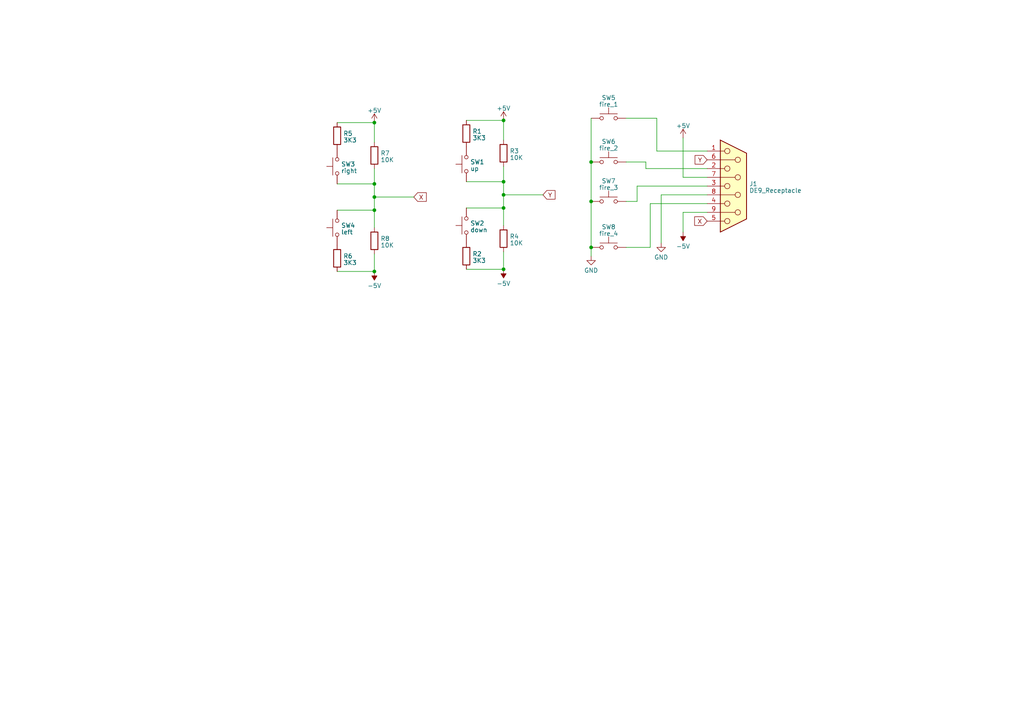
<source format=kicad_sch>
(kicad_sch (version 20230121) (generator eeschema)
  (paper "A4")
  (lib_symbols
    (symbol "Connector:DE9_Receptacle" (pin_names (offset 1.016) hide)
      (property "Reference" "J" (at 0 13.97 0))
      (property "Value" "DE9_Receptacle" (at 0 -14.605 0))
      (symbol "DE9_Receptacle_0_1"
        (circle (center -1.778 -10.16) (radius 0.762))
        (circle (center -1.778 -5.08) (radius 0.762))
        (circle (center -1.778 0) (radius 0.762))
        (circle (center -1.778 5.08) (radius 0.762))
        (circle (center -1.778 10.16) (radius 0.762))
        (polyline (pts (xy -3.81 -10.16) (xy -2.54 -10.16)))
        (polyline (pts (xy -3.81 -7.62) (xy 0.508 -7.62)))
        (polyline (pts (xy -3.81 -5.08) (xy -2.54 -5.08)))
        (polyline (pts (xy -3.81 -2.54) (xy 0.508 -2.54)))
        (polyline (pts (xy -3.81 0) (xy -2.54 0)))
        (polyline (pts (xy -3.81 2.54) (xy 0.508 2.54)))
        (polyline (pts (xy -3.81 5.08) (xy -2.54 5.08)))
        (polyline (pts (xy -3.81 7.62) (xy 0.508 7.62)))
        (polyline (pts (xy -3.81 10.16) (xy -2.54 10.16)))
        (polyline (pts (xy -3.81 13.335) (xy -3.81 -13.335) (xy 3.81 -9.525) (xy 3.81 9.525) (xy -3.81 13.335)) (stroke (width 0.254)) (fill (type background)))
        (circle (center 1.27 -7.62) (radius 0.762))
        (circle (center 1.27 -2.54) (radius 0.762))
        (circle (center 1.27 2.54) (radius 0.762))
        (circle (center 1.27 7.62) (radius 0.762))
      )
      (symbol "DE9_Receptacle_1_1"
        (pin passive line (at -7.62 10.16 0) (length 3.81) (name "1") (number "1"))
        (pin passive line (at -7.62 5.08 0) (length 3.81) (name "2") (number "2"))
        (pin passive line (at -7.62 0 0) (length 3.81) (name "3") (number "3"))
        (pin passive line (at -7.62 -5.08 0) (length 3.81) (name "4") (number "4"))
        (pin passive line (at -7.62 -10.16 0) (length 3.81) (name "5") (number "5"))
        (pin passive line (at -7.62 7.62 0) (length 3.81) (name "6") (number "6"))
        (pin passive line (at -7.62 2.54 0) (length 3.81) (name "7") (number "7"))
        (pin passive line (at -7.62 -2.54 0) (length 3.81) (name "8") (number "8"))
        (pin passive line (at -7.62 -7.62 0) (length 3.81) (name "9") (number "9"))
      )
    )
    (symbol "Device:R" (pin_numbers hide) (pin_names (offset 0))
      (property "Reference" "R" (at 2.032 0 90))
      (property "Value" "R" (at 0 0 90))
      (symbol "R_0_1"
        (rectangle (start -1.016 -2.54) (end 1.016 2.54) (stroke (width 0.254)))
      )
      (symbol "R_1_1"
        (pin passive line (at 0 3.81 270) (length 1.27) (name "~") (number "1"))
        (pin passive line (at 0 -3.81 90) (length 1.27) (name "~") (number "2"))
      )
    )
    (symbol "Switch:SW_Push" (pin_numbers hide) (pin_names (offset 1.016) hide)
      (property "Reference" "SW" (at 1.27 2.54 0))
      (property "Value" "SW_Push" (at 0 -1.524 0))
      (symbol "SW_Push_0_1"
        (circle (center -2.032 0) (radius 0.508))
        (polyline (pts (xy 0 1.27) (xy 0 3.048)))
        (polyline (pts (xy 2.54 1.27) (xy -2.54 1.27)))
        (circle (center 2.032 0) (radius 0.508))
        (pin passive line (at -5.08 0 0) (length 2.54) (name "1") (number "1"))
        (pin passive line (at 5.08 0 180) (length 2.54) (name "2") (number "2"))
      )
    )
    (symbol "power:+5V" (power) (pin_names (offset 0))
      (property "Value" "+5V" (at 0 3.556 0))
      (symbol "+5V_0_1"
        (polyline (pts (xy -0.762 1.27) (xy 0 2.54)))
        (polyline (pts (xy 0 0) (xy 0 2.54)))
        (polyline (pts (xy 0 2.54) (xy 0.762 1.27)))
      )
      (symbol "+5V_1_1"
        (pin power_in line (at 0 0 90) (length 0) hide (name "+5V") (number "1"))
      )
    )
    (symbol "power:-5V" (power) (pin_names (offset 0))
      (property "Value" "-5V" (at 0 3.81 0))
      (symbol "-5V_0_0"
        (pin power_in line (at 0 0 90) (length 0) hide (name "-5V") (number "1"))
      )
      (symbol "-5V_0_1"
        (polyline (pts (xy 0 0) (xy 0 1.27) (xy 0.762 1.27) (xy 0 2.54) (xy -0.762 1.27) (xy 0 1.27)) (fill (type outline)))
      )
    )
    (symbol "power:GND" (power) (pin_names (offset 0))
      (property "Value" "GND" (at 0 -3.81 0))
      (symbol "GND_0_1"
        (polyline (pts (xy 0 0) (xy 0 -1.27) (xy 1.27 -1.27) (xy 0 -2.54) (xy -1.27 -1.27) (xy 0 -1.27)))
      )
      (symbol "GND_1_1"
        (pin power_in line (at 0 0 270) (length 0) hide (name "GND") (number "1"))
      )
    )
  )
  (junction (at 171.45 58.42))
  (junction (at 108.585 78.74))
  (junction (at 108.585 57.15))
  (junction (at 146.05 34.925))
  (junction (at 108.585 53.34))
  (junction (at 146.05 60.325))
  (junction (at 108.585 35.56))
  (junction (at 146.05 56.515))
  (junction (at 108.585 60.96))
  (junction (at 171.45 71.755))
  (junction (at 146.05 52.705))
  (junction (at 146.05 78.105))
  (junction (at 171.45 46.99))
  (wire (pts (xy 108.585 73.66) (xy 108.585 78.74)))
  (wire (pts (xy 146.05 34.925) (xy 146.05 40.64)))
  (wire (pts (xy 146.05 60.325) (xy 146.05 65.405)))
  (wire (pts (xy 146.05 52.705) (xy 146.05 56.515)))
  (wire (pts (xy 188.595 71.755) (xy 181.61 71.755)))
  (wire (pts (xy 135.255 52.705) (xy 146.05 52.705)))
  (wire (pts (xy 205.105 56.515) (xy 191.77 56.515)))
  (wire (pts (xy 191.77 56.515) (xy 191.77 70.485)))
  (wire (pts (xy 108.585 53.34) (xy 108.585 57.15)))
  (wire (pts (xy 135.255 34.925) (xy 146.05 34.925)))
  (wire (pts (xy 146.05 52.705) (xy 146.05 48.26)))
  (wire (pts (xy 188.595 59.055) (xy 188.595 71.755)))
  (wire (pts (xy 146.05 73.025) (xy 146.05 78.105)))
  (wire (pts (xy 198.12 51.435) (xy 198.12 40.005)))
  (wire (pts (xy 205.105 61.595) (xy 198.12 61.595)))
  (wire (pts (xy 171.45 34.29) (xy 171.45 46.99)))
  (wire (pts (xy 146.05 78.105) (xy 135.255 78.105)))
  (wire (pts (xy 205.105 53.975) (xy 184.785 53.975)))
  (wire (pts (xy 97.79 60.96) (xy 108.585 60.96)))
  (wire (pts (xy 205.105 48.895) (xy 187.325 48.895)))
  (wire (pts (xy 108.585 78.74) (xy 97.79 78.74)))
  (wire (pts (xy 146.05 56.515) (xy 157.48 56.515)))
  (wire (pts (xy 97.79 35.56) (xy 108.585 35.56)))
  (wire (pts (xy 108.585 57.15) (xy 120.015 57.15)))
  (wire (pts (xy 205.105 43.815) (xy 190.5 43.815)))
  (wire (pts (xy 171.45 58.42) (xy 171.45 71.755)))
  (wire (pts (xy 184.785 53.975) (xy 184.785 58.42)))
  (wire (pts (xy 108.585 60.96) (xy 108.585 66.04)))
  (wire (pts (xy 97.79 53.34) (xy 108.585 53.34)))
  (wire (pts (xy 187.325 48.895) (xy 187.325 46.99)))
  (wire (pts (xy 190.5 34.29) (xy 181.61 34.29)))
  (wire (pts (xy 171.45 46.99) (xy 171.45 58.42)))
  (wire (pts (xy 187.325 46.99) (xy 181.61 46.99)))
  (wire (pts (xy 171.45 71.755) (xy 171.45 74.295)))
  (wire (pts (xy 108.585 53.34) (xy 108.585 48.895)))
  (wire (pts (xy 146.05 56.515) (xy 146.05 60.325)))
  (wire (pts (xy 190.5 43.815) (xy 190.5 34.29)))
  (wire (pts (xy 205.105 59.055) (xy 188.595 59.055)))
  (wire (pts (xy 198.12 61.595) (xy 198.12 67.31)))
  (wire (pts (xy 184.785 58.42) (xy 181.61 58.42)))
  (wire (pts (xy 108.585 35.56) (xy 108.585 41.275)))
  (wire (pts (xy 108.585 57.15) (xy 108.585 60.96)))
  (wire (pts (xy 205.105 51.435) (xy 198.12 51.435)))
  (wire (pts (xy 135.255 60.325) (xy 146.05 60.325)))
  (global_label "X" (shape input) (at 120.015 57.15 0) (property "Intersheetrefs" "${INTERSHEET_REFS}" (effects hide)))
  (global_label "Y" (shape input) (at 157.48 56.515 0) (property "Intersheetrefs" "${INTERSHEET_REFS}" (effects hide)))
  (global_label "X" (shape input) (at 205.105 64.135 180) (property "Intersheetrefs" "${INTERSHEET_REFS}" (effects hide)))
  (global_label "Y" (shape input) (at 205.105 46.355 180) (property "Intersheetrefs" "${INTERSHEET_REFS}" (effects hide)))
  (symbol (lib_id "Switch:SW_Push") (at 135.255 47.625 90) (unit 1)
    (property "Reference" "SW1" (at 136.398 46.9813 90) (effects (justify right)))
    (property "Value" "up" (at 136.398 48.9023 90) (effects (justify right)))
  )
  (symbol (lib_id "Device:R") (at 135.255 38.735 0) (unit 1)
    (property "Reference" "R1" (at 137.033 38.0913 0) (effects (justify left)))
    (property "Value" "3K3" (at 137.033 40.0123 0) (effects (justify left)))
  )
  (symbol (lib_id "Device:R") (at 108.585 69.85 0) (unit 1)
    (property "Reference" "R8" (at 110.363 69.2063 0) (effects (justify left)))
    (property "Value" "10K" (at 110.363 71.1273 0) (effects (justify left)))
  )
  (symbol (lib_id "Switch:SW_Push") (at 176.53 46.99 0) (unit 1)
    (property "Reference" "SW6" (at 176.53 41.0591 0))
    (property "Value" "fire_2" (at 176.53 42.9801 0))
  )
  (symbol (lib_id "Device:R") (at 108.585 45.085 0) (unit 1)
    (property "Reference" "R7" (at 110.363 44.4413 0) (effects (justify left)))
    (property "Value" "10K" (at 110.363 46.3623 0) (effects (justify left)))
  )
  (symbol (lib_id "Switch:SW_Push") (at 176.53 71.755 0) (unit 1)
    (property "Reference" "SW8" (at 176.53 65.8241 0))
    (property "Value" "fire_4" (at 176.53 67.7451 0))
  )
  (symbol (lib_id "Connector:DE9_Receptacle") (at 212.725 53.975 0) (unit 1)
    (property "Reference" "J1" (at 217.297 53.3313 0) (effects (justify left)))
    (property "Value" "DE9_Receptacle" (at 217.297 55.2523 0) (effects (justify left)))
    (property "Datasheet" " ~" (effects hide))
  )
  (symbol (lib_id "power:-5V") (at 146.05 78.105 180) (unit 1)
    (property "Reference" "#PWR02" (effects hide))
    (property "Value" "-5V" (at 146.05 82.2405 0))
  )
  (symbol (lib_id "power:-5V") (at 108.585 78.74 180) (unit 1)
    (property "Reference" "#PWR04" (effects hide))
    (property "Value" "-5V" (at 108.585 82.8755 0))
  )
  (symbol (lib_id "Switch:SW_Push") (at 176.53 34.29 0) (unit 1)
    (property "Reference" "SW5" (at 176.53 28.3591 0))
    (property "Value" "fire_1" (at 176.53 30.2801 0))
  )
  (symbol (lib_id "power:+5V") (at 108.585 35.56 0) (unit 1)
    (property "Reference" "#PWR03" (effects hide))
    (property "Value" "+5V" (at 108.585 32.0581 0))
  )
  (symbol (lib_id "power:GND") (at 171.45 74.295 0) (unit 1)
    (property "Reference" "#PWR08" (effects hide))
    (property "Value" "GND" (at 171.45 78.4305 0))
  )
  (symbol (lib_id "Device:R") (at 97.79 39.37 0) (unit 1)
    (property "Reference" "R5" (at 99.568 38.7263 0) (effects (justify left)))
    (property "Value" "3K3" (at 99.568 40.6473 0) (effects (justify left)))
  )
  (symbol (lib_id "power:+5V") (at 146.05 34.925 0) (unit 1)
    (property "Reference" "#PWR01" (effects hide))
    (property "Value" "+5V" (at 146.05 31.4231 0))
  )
  (symbol (lib_id "Switch:SW_Push") (at 176.53 58.42 0) (unit 1)
    (property "Reference" "SW7" (at 176.53 52.4891 0))
    (property "Value" "fire_3" (at 176.53 54.4101 0))
  )
  (symbol (lib_id "Device:R") (at 97.79 74.93 0) (unit 1)
    (property "Reference" "R6" (at 99.568 74.2863 0) (effects (justify left)))
    (property "Value" "3K3" (at 99.568 76.2073 0) (effects (justify left)))
  )
  (symbol (lib_id "Switch:SW_Push") (at 135.255 65.405 90) (unit 1)
    (property "Reference" "SW2" (at 136.398 64.7613 90) (effects (justify right)))
    (property "Value" "down" (at 136.398 66.6823 90) (effects (justify right)))
  )
  (symbol (lib_id "Device:R") (at 146.05 44.45 0) (unit 1)
    (property "Reference" "R3" (at 147.828 43.8063 0) (effects (justify left)))
    (property "Value" "10K" (at 147.828 45.7273 0) (effects (justify left)))
  )
  (symbol (lib_id "Device:R") (at 135.255 74.295 0) (unit 1)
    (property "Reference" "R2" (at 137.033 73.6513 0) (effects (justify left)))
    (property "Value" "3K3" (at 137.033 75.5723 0) (effects (justify left)))
  )
  (symbol (lib_id "power:+5V") (at 198.12 40.005 0) (unit 1)
    (property "Reference" "#PWR05" (effects hide))
    (property "Value" "+5V" (at 198.12 36.5031 0))
  )
  (symbol (lib_id "power:-5V") (at 198.12 67.31 180) (unit 1)
    (property "Reference" "#PWR06" (effects hide))
    (property "Value" "-5V" (at 198.12 71.4455 0))
  )
  (symbol (lib_id "power:GND") (at 191.77 70.485 0) (unit 1)
    (property "Reference" "#PWR07" (effects hide))
    (property "Value" "GND" (at 191.77 74.6205 0))
  )
  (symbol (lib_id "Switch:SW_Push") (at 97.79 48.26 90) (unit 1)
    (property "Reference" "SW3" (at 98.933 47.6163 90) (effects (justify right)))
    (property "Value" "right" (at 98.933 49.5373 90) (effects (justify right)))
  )
  (symbol (lib_id "Switch:SW_Push") (at 97.79 66.04 90) (unit 1)
    (property "Reference" "SW4" (at 98.933 65.3963 90) (effects (justify right)))
    (property "Value" "left" (at 98.933 67.3173 90) (effects (justify right)))
  )
  (symbol (lib_id "Device:R") (at 146.05 69.215 0) (unit 1)
    (property "Reference" "R4" (at 147.828 68.5713 0) (effects (justify left)))
    (property "Value" "10K" (at 147.828 70.4923 0) (effects (justify left)))
  )
)
</source>
